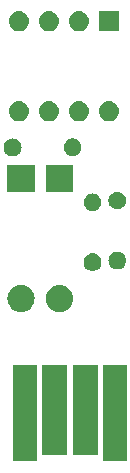
<source format=gts>
G04 #@! TF.GenerationSoftware,KiCad,Pcbnew,5.1.2-1.fc30*
G04 #@! TF.CreationDate,2019-07-15T00:46:44+02:00*
G04 #@! TF.ProjectId,BadUSB,42616455-5342-42e6-9b69-6361645f7063,rev?*
G04 #@! TF.SameCoordinates,Original*
G04 #@! TF.FileFunction,Soldermask,Top*
G04 #@! TF.FilePolarity,Negative*
%FSLAX46Y46*%
G04 Gerber Fmt 4.6, Leading zero omitted, Abs format (unit mm)*
G04 Created by KiCad (PCBNEW 5.1.2-1.fc30) date 2019-07-15 00:46:44*
%MOMM*%
%LPD*%
G04 APERTURE LIST*
%ADD10C,0.100000*%
G04 APERTURE END LIST*
D10*
G36*
X87131000Y-69791000D02*
G01*
X85129000Y-69791000D01*
X85129000Y-61689000D01*
X87131000Y-61689000D01*
X87131000Y-69791000D01*
X87131000Y-69791000D01*
G37*
G36*
X79511000Y-69791000D02*
G01*
X77509000Y-69791000D01*
X77509000Y-61689000D01*
X79511000Y-61689000D01*
X79511000Y-69791000D01*
X79511000Y-69791000D01*
G37*
G36*
X84671000Y-69291000D02*
G01*
X82569000Y-69291000D01*
X82569000Y-61689000D01*
X84671000Y-61689000D01*
X84671000Y-69291000D01*
X84671000Y-69291000D01*
G37*
G36*
X82071000Y-69291000D02*
G01*
X79969000Y-69291000D01*
X79969000Y-61689000D01*
X82071000Y-61689000D01*
X82071000Y-69291000D01*
X82071000Y-69291000D01*
G37*
G36*
X81629271Y-54900103D02*
G01*
X81685635Y-54905654D01*
X81902600Y-54971470D01*
X81902602Y-54971471D01*
X82102555Y-55078347D01*
X82277818Y-55222182D01*
X82421653Y-55397445D01*
X82528529Y-55597398D01*
X82594346Y-55814366D01*
X82616569Y-56040000D01*
X82594346Y-56265634D01*
X82528529Y-56482602D01*
X82421653Y-56682555D01*
X82277818Y-56857818D01*
X82102555Y-57001653D01*
X81902602Y-57108529D01*
X81902600Y-57108530D01*
X81685635Y-57174346D01*
X81629271Y-57179897D01*
X81516545Y-57191000D01*
X81403455Y-57191000D01*
X81290729Y-57179897D01*
X81234365Y-57174346D01*
X81017400Y-57108530D01*
X81017398Y-57108529D01*
X80817445Y-57001653D01*
X80642182Y-56857818D01*
X80498347Y-56682555D01*
X80391471Y-56482602D01*
X80325654Y-56265634D01*
X80303431Y-56040000D01*
X80325654Y-55814366D01*
X80391471Y-55597398D01*
X80498347Y-55397445D01*
X80642182Y-55222182D01*
X80817445Y-55078347D01*
X81017398Y-54971471D01*
X81017400Y-54971470D01*
X81234365Y-54905654D01*
X81290729Y-54900103D01*
X81403455Y-54889000D01*
X81516545Y-54889000D01*
X81629271Y-54900103D01*
X81629271Y-54900103D01*
G37*
G36*
X78359271Y-54860103D02*
G01*
X78415635Y-54865654D01*
X78632600Y-54931470D01*
X78632602Y-54931471D01*
X78832555Y-55038347D01*
X79007818Y-55182182D01*
X79151653Y-55357445D01*
X79258529Y-55557398D01*
X79324346Y-55774366D01*
X79346569Y-56000000D01*
X79324346Y-56225634D01*
X79258529Y-56442602D01*
X79151653Y-56642555D01*
X79007818Y-56817818D01*
X78832555Y-56961653D01*
X78632602Y-57068529D01*
X78632600Y-57068530D01*
X78415635Y-57134346D01*
X78359271Y-57139897D01*
X78246545Y-57151000D01*
X78133455Y-57151000D01*
X78020729Y-57139897D01*
X77964365Y-57134346D01*
X77747400Y-57068530D01*
X77747398Y-57068529D01*
X77547445Y-56961653D01*
X77372182Y-56817818D01*
X77228347Y-56642555D01*
X77121471Y-56442602D01*
X77055654Y-56225634D01*
X77033431Y-56000000D01*
X77055654Y-55774366D01*
X77121471Y-55557398D01*
X77228347Y-55357445D01*
X77372182Y-55182182D01*
X77547445Y-55038347D01*
X77747398Y-54931471D01*
X77747400Y-54931470D01*
X77964365Y-54865654D01*
X78020729Y-54860103D01*
X78133455Y-54849000D01*
X78246545Y-54849000D01*
X78359271Y-54860103D01*
X78359271Y-54860103D01*
G37*
G36*
X84323665Y-52202622D02*
G01*
X84397222Y-52209867D01*
X84538786Y-52252810D01*
X84669252Y-52322546D01*
X84699040Y-52346992D01*
X84783607Y-52416393D01*
X84853008Y-52500960D01*
X84877454Y-52530748D01*
X84947190Y-52661214D01*
X84990133Y-52802778D01*
X85004633Y-52950000D01*
X84990133Y-53097222D01*
X84947190Y-53238786D01*
X84877454Y-53369252D01*
X84853008Y-53399040D01*
X84783607Y-53483607D01*
X84714728Y-53540133D01*
X84669252Y-53577454D01*
X84538786Y-53647190D01*
X84397222Y-53690133D01*
X84323665Y-53697378D01*
X84286888Y-53701000D01*
X84213112Y-53701000D01*
X84176335Y-53697378D01*
X84102778Y-53690133D01*
X83961214Y-53647190D01*
X83830748Y-53577454D01*
X83785272Y-53540133D01*
X83716393Y-53483607D01*
X83646992Y-53399040D01*
X83622546Y-53369252D01*
X83552810Y-53238786D01*
X83509867Y-53097222D01*
X83495367Y-52950000D01*
X83509867Y-52802778D01*
X83552810Y-52661214D01*
X83622546Y-52530748D01*
X83646992Y-52500960D01*
X83716393Y-52416393D01*
X83800960Y-52346992D01*
X83830748Y-52322546D01*
X83961214Y-52252810D01*
X84102778Y-52209867D01*
X84176335Y-52202622D01*
X84213112Y-52199000D01*
X84286888Y-52199000D01*
X84323665Y-52202622D01*
X84323665Y-52202622D01*
G37*
G36*
X86413665Y-52052622D02*
G01*
X86487222Y-52059867D01*
X86628786Y-52102810D01*
X86759252Y-52172546D01*
X86789040Y-52196992D01*
X86873607Y-52266393D01*
X86919689Y-52322546D01*
X86967454Y-52380748D01*
X87037190Y-52511214D01*
X87080133Y-52652778D01*
X87094633Y-52800000D01*
X87080133Y-52947222D01*
X87037190Y-53088786D01*
X86967454Y-53219252D01*
X86951423Y-53238786D01*
X86873607Y-53333607D01*
X86789040Y-53403008D01*
X86759252Y-53427454D01*
X86628786Y-53497190D01*
X86487222Y-53540133D01*
X86413665Y-53547378D01*
X86376888Y-53551000D01*
X86303112Y-53551000D01*
X86266335Y-53547378D01*
X86192778Y-53540133D01*
X86051214Y-53497190D01*
X85920748Y-53427454D01*
X85890960Y-53403008D01*
X85806393Y-53333607D01*
X85728577Y-53238786D01*
X85712546Y-53219252D01*
X85642810Y-53088786D01*
X85599867Y-52947222D01*
X85585367Y-52800000D01*
X85599867Y-52652778D01*
X85642810Y-52511214D01*
X85712546Y-52380748D01*
X85760311Y-52322546D01*
X85806393Y-52266393D01*
X85890960Y-52196992D01*
X85920748Y-52172546D01*
X86051214Y-52102810D01*
X86192778Y-52059867D01*
X86266335Y-52052622D01*
X86303112Y-52049000D01*
X86376888Y-52049000D01*
X86413665Y-52052622D01*
X86413665Y-52052622D01*
G37*
G36*
X84412747Y-47136659D02*
G01*
X84469059Y-47147860D01*
X84605732Y-47204472D01*
X84728735Y-47286660D01*
X84833340Y-47391265D01*
X84833341Y-47391267D01*
X84915529Y-47514270D01*
X84972140Y-47650941D01*
X85001000Y-47796032D01*
X85001000Y-47943968D01*
X84972140Y-48089059D01*
X84926712Y-48198733D01*
X84915528Y-48225732D01*
X84833340Y-48348735D01*
X84728735Y-48453340D01*
X84605732Y-48535528D01*
X84605731Y-48535529D01*
X84605730Y-48535529D01*
X84469059Y-48592140D01*
X84323968Y-48621000D01*
X84176032Y-48621000D01*
X84030941Y-48592140D01*
X83894270Y-48535529D01*
X83894269Y-48535529D01*
X83894268Y-48535528D01*
X83771265Y-48453340D01*
X83666660Y-48348735D01*
X83584472Y-48225732D01*
X83573289Y-48198733D01*
X83527860Y-48089059D01*
X83499000Y-47943968D01*
X83499000Y-47796032D01*
X83527860Y-47650941D01*
X83584471Y-47514270D01*
X83666659Y-47391267D01*
X83666660Y-47391265D01*
X83771265Y-47286660D01*
X83894268Y-47204472D01*
X84030941Y-47147860D01*
X84087253Y-47136659D01*
X84176032Y-47119000D01*
X84323968Y-47119000D01*
X84412747Y-47136659D01*
X84412747Y-47136659D01*
G37*
G36*
X86524571Y-46991000D02*
G01*
X86559059Y-46997860D01*
X86695732Y-47054472D01*
X86818735Y-47136660D01*
X86923340Y-47241265D01*
X86923341Y-47241267D01*
X87005529Y-47364270D01*
X87062140Y-47500941D01*
X87091000Y-47646033D01*
X87091000Y-47793967D01*
X87062140Y-47939059D01*
X87005528Y-48075732D01*
X86923340Y-48198735D01*
X86818735Y-48303340D01*
X86695732Y-48385528D01*
X86695731Y-48385529D01*
X86695730Y-48385529D01*
X86559059Y-48442140D01*
X86413968Y-48471000D01*
X86266032Y-48471000D01*
X86120941Y-48442140D01*
X85984270Y-48385529D01*
X85984269Y-48385529D01*
X85984268Y-48385528D01*
X85861265Y-48303340D01*
X85756660Y-48198735D01*
X85674472Y-48075732D01*
X85617860Y-47939059D01*
X85589000Y-47793967D01*
X85589000Y-47646033D01*
X85617860Y-47500941D01*
X85674471Y-47364270D01*
X85756659Y-47241267D01*
X85756660Y-47241265D01*
X85861265Y-47136660D01*
X85984268Y-47054472D01*
X86120941Y-46997860D01*
X86155429Y-46991000D01*
X86266032Y-46969000D01*
X86413968Y-46969000D01*
X86524571Y-46991000D01*
X86524571Y-46991000D01*
G37*
G36*
X82611000Y-47031000D02*
G01*
X80309000Y-47031000D01*
X80309000Y-44729000D01*
X82611000Y-44729000D01*
X82611000Y-47031000D01*
X82611000Y-47031000D01*
G37*
G36*
X79341000Y-46991000D02*
G01*
X77039000Y-46991000D01*
X77039000Y-44689000D01*
X79341000Y-44689000D01*
X79341000Y-46991000D01*
X79341000Y-46991000D01*
G37*
G36*
X77553665Y-42472622D02*
G01*
X77627222Y-42479867D01*
X77768786Y-42522810D01*
X77899252Y-42592546D01*
X77929040Y-42616992D01*
X78013607Y-42686393D01*
X78083008Y-42770960D01*
X78107454Y-42800748D01*
X78177190Y-42931214D01*
X78220133Y-43072778D01*
X78234633Y-43220000D01*
X78220133Y-43367222D01*
X78177190Y-43508786D01*
X78107454Y-43639252D01*
X78083008Y-43669040D01*
X78013607Y-43753607D01*
X77953004Y-43803341D01*
X77899252Y-43847454D01*
X77768786Y-43917190D01*
X77627222Y-43960133D01*
X77553665Y-43967378D01*
X77516888Y-43971000D01*
X77443112Y-43971000D01*
X77406335Y-43967378D01*
X77332778Y-43960133D01*
X77191214Y-43917190D01*
X77060748Y-43847454D01*
X77006996Y-43803341D01*
X76946393Y-43753607D01*
X76876992Y-43669040D01*
X76852546Y-43639252D01*
X76782810Y-43508786D01*
X76739867Y-43367222D01*
X76725367Y-43220000D01*
X76739867Y-43072778D01*
X76782810Y-42931214D01*
X76852546Y-42800748D01*
X76876992Y-42770960D01*
X76946393Y-42686393D01*
X77030960Y-42616992D01*
X77060748Y-42592546D01*
X77191214Y-42522810D01*
X77332778Y-42479867D01*
X77406335Y-42472622D01*
X77443112Y-42469000D01*
X77516888Y-42469000D01*
X77553665Y-42472622D01*
X77553665Y-42472622D01*
G37*
G36*
X82779059Y-42497860D02*
G01*
X82839294Y-42522810D01*
X82915732Y-42554472D01*
X83038735Y-42636660D01*
X83143340Y-42741265D01*
X83225528Y-42864268D01*
X83282140Y-43000941D01*
X83311000Y-43146033D01*
X83311000Y-43293967D01*
X83282140Y-43439059D01*
X83225528Y-43575732D01*
X83143340Y-43698735D01*
X83038735Y-43803340D01*
X82915732Y-43885528D01*
X82915731Y-43885529D01*
X82915730Y-43885529D01*
X82779059Y-43942140D01*
X82633968Y-43971000D01*
X82486032Y-43971000D01*
X82340941Y-43942140D01*
X82204270Y-43885529D01*
X82204269Y-43885529D01*
X82204268Y-43885528D01*
X82081265Y-43803340D01*
X81976660Y-43698735D01*
X81894472Y-43575732D01*
X81837860Y-43439059D01*
X81809000Y-43293967D01*
X81809000Y-43146033D01*
X81837860Y-43000941D01*
X81894472Y-42864268D01*
X81976660Y-42741265D01*
X82081265Y-42636660D01*
X82204268Y-42554472D01*
X82280707Y-42522810D01*
X82340941Y-42497860D01*
X82486032Y-42469000D01*
X82633968Y-42469000D01*
X82779059Y-42497860D01*
X82779059Y-42497860D01*
G37*
G36*
X78176823Y-39331313D02*
G01*
X78337242Y-39379976D01*
X78469906Y-39450886D01*
X78485078Y-39458996D01*
X78614659Y-39565341D01*
X78721004Y-39694922D01*
X78721005Y-39694924D01*
X78800024Y-39842758D01*
X78848687Y-40003177D01*
X78865117Y-40170000D01*
X78848687Y-40336823D01*
X78800024Y-40497242D01*
X78729114Y-40629906D01*
X78721004Y-40645078D01*
X78614659Y-40774659D01*
X78485078Y-40881004D01*
X78485076Y-40881005D01*
X78337242Y-40960024D01*
X78176823Y-41008687D01*
X78051804Y-41021000D01*
X77968196Y-41021000D01*
X77843177Y-41008687D01*
X77682758Y-40960024D01*
X77534924Y-40881005D01*
X77534922Y-40881004D01*
X77405341Y-40774659D01*
X77298996Y-40645078D01*
X77290886Y-40629906D01*
X77219976Y-40497242D01*
X77171313Y-40336823D01*
X77154883Y-40170000D01*
X77171313Y-40003177D01*
X77219976Y-39842758D01*
X77298995Y-39694924D01*
X77298996Y-39694922D01*
X77405341Y-39565341D01*
X77534922Y-39458996D01*
X77550094Y-39450886D01*
X77682758Y-39379976D01*
X77843177Y-39331313D01*
X77968196Y-39319000D01*
X78051804Y-39319000D01*
X78176823Y-39331313D01*
X78176823Y-39331313D01*
G37*
G36*
X83256823Y-39331313D02*
G01*
X83417242Y-39379976D01*
X83549906Y-39450886D01*
X83565078Y-39458996D01*
X83694659Y-39565341D01*
X83801004Y-39694922D01*
X83801005Y-39694924D01*
X83880024Y-39842758D01*
X83928687Y-40003177D01*
X83945117Y-40170000D01*
X83928687Y-40336823D01*
X83880024Y-40497242D01*
X83809114Y-40629906D01*
X83801004Y-40645078D01*
X83694659Y-40774659D01*
X83565078Y-40881004D01*
X83565076Y-40881005D01*
X83417242Y-40960024D01*
X83256823Y-41008687D01*
X83131804Y-41021000D01*
X83048196Y-41021000D01*
X82923177Y-41008687D01*
X82762758Y-40960024D01*
X82614924Y-40881005D01*
X82614922Y-40881004D01*
X82485341Y-40774659D01*
X82378996Y-40645078D01*
X82370886Y-40629906D01*
X82299976Y-40497242D01*
X82251313Y-40336823D01*
X82234883Y-40170000D01*
X82251313Y-40003177D01*
X82299976Y-39842758D01*
X82378995Y-39694924D01*
X82378996Y-39694922D01*
X82485341Y-39565341D01*
X82614922Y-39458996D01*
X82630094Y-39450886D01*
X82762758Y-39379976D01*
X82923177Y-39331313D01*
X83048196Y-39319000D01*
X83131804Y-39319000D01*
X83256823Y-39331313D01*
X83256823Y-39331313D01*
G37*
G36*
X80716823Y-39331313D02*
G01*
X80877242Y-39379976D01*
X81009906Y-39450886D01*
X81025078Y-39458996D01*
X81154659Y-39565341D01*
X81261004Y-39694922D01*
X81261005Y-39694924D01*
X81340024Y-39842758D01*
X81388687Y-40003177D01*
X81405117Y-40170000D01*
X81388687Y-40336823D01*
X81340024Y-40497242D01*
X81269114Y-40629906D01*
X81261004Y-40645078D01*
X81154659Y-40774659D01*
X81025078Y-40881004D01*
X81025076Y-40881005D01*
X80877242Y-40960024D01*
X80716823Y-41008687D01*
X80591804Y-41021000D01*
X80508196Y-41021000D01*
X80383177Y-41008687D01*
X80222758Y-40960024D01*
X80074924Y-40881005D01*
X80074922Y-40881004D01*
X79945341Y-40774659D01*
X79838996Y-40645078D01*
X79830886Y-40629906D01*
X79759976Y-40497242D01*
X79711313Y-40336823D01*
X79694883Y-40170000D01*
X79711313Y-40003177D01*
X79759976Y-39842758D01*
X79838995Y-39694924D01*
X79838996Y-39694922D01*
X79945341Y-39565341D01*
X80074922Y-39458996D01*
X80090094Y-39450886D01*
X80222758Y-39379976D01*
X80383177Y-39331313D01*
X80508196Y-39319000D01*
X80591804Y-39319000D01*
X80716823Y-39331313D01*
X80716823Y-39331313D01*
G37*
G36*
X85796823Y-39331313D02*
G01*
X85957242Y-39379976D01*
X86089906Y-39450886D01*
X86105078Y-39458996D01*
X86234659Y-39565341D01*
X86341004Y-39694922D01*
X86341005Y-39694924D01*
X86420024Y-39842758D01*
X86468687Y-40003177D01*
X86485117Y-40170000D01*
X86468687Y-40336823D01*
X86420024Y-40497242D01*
X86349114Y-40629906D01*
X86341004Y-40645078D01*
X86234659Y-40774659D01*
X86105078Y-40881004D01*
X86105076Y-40881005D01*
X85957242Y-40960024D01*
X85796823Y-41008687D01*
X85671804Y-41021000D01*
X85588196Y-41021000D01*
X85463177Y-41008687D01*
X85302758Y-40960024D01*
X85154924Y-40881005D01*
X85154922Y-40881004D01*
X85025341Y-40774659D01*
X84918996Y-40645078D01*
X84910886Y-40629906D01*
X84839976Y-40497242D01*
X84791313Y-40336823D01*
X84774883Y-40170000D01*
X84791313Y-40003177D01*
X84839976Y-39842758D01*
X84918995Y-39694924D01*
X84918996Y-39694922D01*
X85025341Y-39565341D01*
X85154922Y-39458996D01*
X85170094Y-39450886D01*
X85302758Y-39379976D01*
X85463177Y-39331313D01*
X85588196Y-39319000D01*
X85671804Y-39319000D01*
X85796823Y-39331313D01*
X85796823Y-39331313D01*
G37*
G36*
X83256823Y-31711313D02*
G01*
X83417242Y-31759976D01*
X83549906Y-31830886D01*
X83565078Y-31838996D01*
X83694659Y-31945341D01*
X83801004Y-32074922D01*
X83801005Y-32074924D01*
X83880024Y-32222758D01*
X83928687Y-32383177D01*
X83945117Y-32550000D01*
X83928687Y-32716823D01*
X83880024Y-32877242D01*
X83809114Y-33009906D01*
X83801004Y-33025078D01*
X83694659Y-33154659D01*
X83565078Y-33261004D01*
X83565076Y-33261005D01*
X83417242Y-33340024D01*
X83256823Y-33388687D01*
X83131804Y-33401000D01*
X83048196Y-33401000D01*
X82923177Y-33388687D01*
X82762758Y-33340024D01*
X82614924Y-33261005D01*
X82614922Y-33261004D01*
X82485341Y-33154659D01*
X82378996Y-33025078D01*
X82370886Y-33009906D01*
X82299976Y-32877242D01*
X82251313Y-32716823D01*
X82234883Y-32550000D01*
X82251313Y-32383177D01*
X82299976Y-32222758D01*
X82378995Y-32074924D01*
X82378996Y-32074922D01*
X82485341Y-31945341D01*
X82614922Y-31838996D01*
X82630094Y-31830886D01*
X82762758Y-31759976D01*
X82923177Y-31711313D01*
X83048196Y-31699000D01*
X83131804Y-31699000D01*
X83256823Y-31711313D01*
X83256823Y-31711313D01*
G37*
G36*
X78176823Y-31711313D02*
G01*
X78337242Y-31759976D01*
X78469906Y-31830886D01*
X78485078Y-31838996D01*
X78614659Y-31945341D01*
X78721004Y-32074922D01*
X78721005Y-32074924D01*
X78800024Y-32222758D01*
X78848687Y-32383177D01*
X78865117Y-32550000D01*
X78848687Y-32716823D01*
X78800024Y-32877242D01*
X78729114Y-33009906D01*
X78721004Y-33025078D01*
X78614659Y-33154659D01*
X78485078Y-33261004D01*
X78485076Y-33261005D01*
X78337242Y-33340024D01*
X78176823Y-33388687D01*
X78051804Y-33401000D01*
X77968196Y-33401000D01*
X77843177Y-33388687D01*
X77682758Y-33340024D01*
X77534924Y-33261005D01*
X77534922Y-33261004D01*
X77405341Y-33154659D01*
X77298996Y-33025078D01*
X77290886Y-33009906D01*
X77219976Y-32877242D01*
X77171313Y-32716823D01*
X77154883Y-32550000D01*
X77171313Y-32383177D01*
X77219976Y-32222758D01*
X77298995Y-32074924D01*
X77298996Y-32074922D01*
X77405341Y-31945341D01*
X77534922Y-31838996D01*
X77550094Y-31830886D01*
X77682758Y-31759976D01*
X77843177Y-31711313D01*
X77968196Y-31699000D01*
X78051804Y-31699000D01*
X78176823Y-31711313D01*
X78176823Y-31711313D01*
G37*
G36*
X80716823Y-31711313D02*
G01*
X80877242Y-31759976D01*
X81009906Y-31830886D01*
X81025078Y-31838996D01*
X81154659Y-31945341D01*
X81261004Y-32074922D01*
X81261005Y-32074924D01*
X81340024Y-32222758D01*
X81388687Y-32383177D01*
X81405117Y-32550000D01*
X81388687Y-32716823D01*
X81340024Y-32877242D01*
X81269114Y-33009906D01*
X81261004Y-33025078D01*
X81154659Y-33154659D01*
X81025078Y-33261004D01*
X81025076Y-33261005D01*
X80877242Y-33340024D01*
X80716823Y-33388687D01*
X80591804Y-33401000D01*
X80508196Y-33401000D01*
X80383177Y-33388687D01*
X80222758Y-33340024D01*
X80074924Y-33261005D01*
X80074922Y-33261004D01*
X79945341Y-33154659D01*
X79838996Y-33025078D01*
X79830886Y-33009906D01*
X79759976Y-32877242D01*
X79711313Y-32716823D01*
X79694883Y-32550000D01*
X79711313Y-32383177D01*
X79759976Y-32222758D01*
X79838995Y-32074924D01*
X79838996Y-32074922D01*
X79945341Y-31945341D01*
X80074922Y-31838996D01*
X80090094Y-31830886D01*
X80222758Y-31759976D01*
X80383177Y-31711313D01*
X80508196Y-31699000D01*
X80591804Y-31699000D01*
X80716823Y-31711313D01*
X80716823Y-31711313D01*
G37*
G36*
X86481000Y-33401000D02*
G01*
X84779000Y-33401000D01*
X84779000Y-31699000D01*
X86481000Y-31699000D01*
X86481000Y-33401000D01*
X86481000Y-33401000D01*
G37*
M02*

</source>
